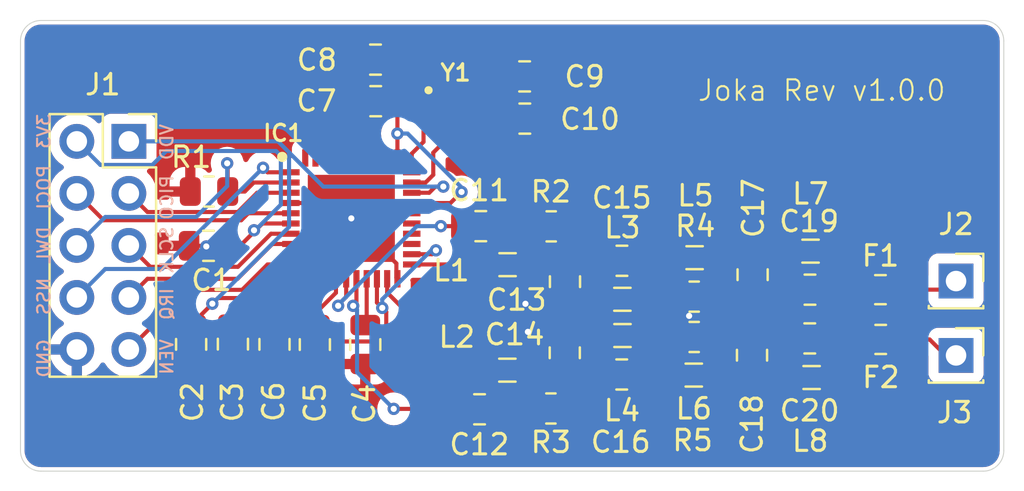
<source format=kicad_pcb>
(kicad_pcb (version 20240108) (generator "pcbnew") (generator_version "8.0")
  (layers (0 "F.Cu" signal) (31 "B.Cu" signal) (34 "B.Paste" user) (35 "F.Paste" user) (36 "B.SilkS" user "B.Silkscreen") (37 "F.SilkS" user "F.Silkscreen") (38 "B.Mask" user) (39 "F.Mask" user) (44 "Edge.Cuts" user))
  (net 0 "")
  (net 1 "/Reader/3V3")
  (net 2 "/Filter/GND")
  (net 3 "/Reader/VDD")
  (net 4 "Net-(IC1-VDD(VMID))")
  (net 5 "Net-(IC1-TVDD_IN)")
  (net 6 "Net-(IC1-VDD(A))")
  (net 7 "Net-(IC1-NFC_CLK_XTAL1)")
  (net 8 "Net-(IC1-XTAL2)")
  (net 9 "Net-(C11-Pad2)")
  (net 10 "/Filter/RXN")
  (net 11 "/Filter/RXP")
  (net 12 "Net-(C12-Pad2)")
  (net 13 "Net-(C13-Pad1)")
  (net 14 "Net-(C14-Pad2)")
  (net 15 "Net-(C15-Pad2)")
  (net 16 "Net-(C16-Pad2)")
  (net 17 "Net-(C17-Pad2)")
  (net 18 "Net-(C17-Pad1)")
  (net 19 "Net-(C18-Pad2)")
  (net 20 "Net-(C18-Pad1)")
  (net 21 "Net-(C19-Pad2)")
  (net 22 "Net-(C20-Pad2)")
  (net 23 "/Filter/NFC_ANT_1")
  (net 24 "/Filter/NFC_ANT_2")
  (net 27 "/Reader/IRQ")
  (net 29 "/Reader/PICO")
  (net 35 "/Reader/POCI")
  (net 36 "/Reader/SCLK")
  (net 37 "/Reader/DWL_REQ")
  (net 38 "/Reader/SPI_NSS")
  (net 39 "/Filter/TX2")
  (net 40 "/Reader/VEN")
  (net 43 "/Filter/TX1")
  (footprint "joka:R_0805_2012Metric" (layer "F.Cu") (at 150.2025 89.35 180)
    (property "Reference" "R1" (at 0.8725 1.68 0) (layer "F.SilkS"))
    (property "Value" "10k" (hide yes))
    (pad "1" smd roundrect (at -0.9125 0 180) (size 1.025 1.4) (layers "F.Cu" "F.Paste" "F.Mask") (roundrect_rratio 0.243902) (net 37 "/Reader/DWL_REQ"))
    (pad "2" smd roundrect (at 0.9125 0 180) (size 1.025 1.4) (layers "F.Cu" "F.Paste" "F.Mask") (roundrect_rratio 0.243902) (net 2 "/Filter/GND"))
  )
  (footprint "joka:PinSocket_1x01_P2.54mm_Vertical" (layer "F.Cu") (at 186.67 93.72)
    (property "Reference" "J2" (at 0 -2.77 0) (layer "F.SilkS"))
    (property "Value" "ANT1" (hide yes))
    (pad "1" thru_hole rect (at 0 0) (size 1.7 1.7) (drill 1) (layers "*.Cu" "*.Mask") (net 23 "/Filter/NFC_ANT_1"))
  )
  (footprint "joka:C_0805_2012Metric" (layer "F.Cu") (at 149.33 96.81 -90)
    (property "Reference" "C2" (at 2.82 -0.06 90) (layer "F.SilkS"))
    (property "Value" "4.7u" (hide yes))
    (pad "1" smd roundrect (at -0.95 0 270) (size 1 1.45) (layers "F.Cu" "F.Paste" "F.Mask") (net 3 "/Reader/VDD"))
    (pad "2" smd roundrect (at 0.95 0 270) (size 1 1.45) (layers "F.Cu" "F.Paste" "F.Mask") (net 2 "/Filter/GND"))
  )
  (footprint "joka:L_0805_2012Metric" (layer "F.Cu") (at 179.5675 92.26)
    (property "Reference" "L7" (at -0.0075 -2.8 0) (layer "F.SilkS"))
    (property "Value" "L" (hide yes))
    (pad "1" smd roundrect (at -1.0625 0) (size 0.875 1.2) (layers "F.Cu" "F.Paste" "F.Mask") (net 15 "Net-(C15-Pad2)"))
    (pad "2" smd roundrect (at 1.0625 0) (size 0.875 1.2) (layers "F.Cu" "F.Paste" "F.Mask") (net 21 "Net-(C19-Pad2)"))
  )
  (footprint "joka:XRCGB27M120F3M10R0" (layer "F.Cu") (at 162.27 85.405)
    (property "Reference" "Y1" (at -0.03 -1.855 0) (layer "F.SilkS") (effects (font (size 0.8 0.8) (thickness 0.15) (bold yes))))
    (property "Value" "XRCGB27M120F3M10R0" (hide yes))
    (pad "" smd rect (at -0.5 0.675) (size 0.7 0.75) (layers "F.Cu" "F.Paste" "F.Mask"))
    (pad "" smd rect (at 0.5 -0.675) (size 0.7 0.75) (layers "F.Cu" "F.Paste" "F.Mask"))
    (pad "1" smd rect (at -0.5 -0.675) (size 0.7 0.75) (layers "F.Cu" "F.Paste" "F.Mask") (net 7 "Net-(IC1-NFC_CLK_XTAL1)"))
    (pad "3" smd rect (at 0.5 0.675) (size 0.7 0.75) (layers "F.Cu" "F.Paste" "F.Mask") (net 8 "Net-(IC1-XTAL2)"))
  )
  (footprint "joka:C_0805_2012Metric" (layer "F.Cu") (at 150.18 92 180)
    (property "Reference" "C1" (at -0.14 -1.68 0) (layer "F.SilkS"))
    (property "Value" "10u" (hide yes))
    (pad "1" smd roundrect (at -0.95 0 180) (size 1 1.45) (layers "F.Cu" "F.Paste" "F.Mask") (net 1 "/Reader/3V3"))
    (pad "2" smd roundrect (at 0.95 0 180) (size 1 1.45) (layers "F.Cu" "F.Paste" "F.Mask") (net 2 "/Filter/GND"))
  )
  (footprint "joka:L_0805_2012Metric" (layer "F.Cu") (at 164.7775 92.92)
    (property "Reference" "L1" (at -2.7475 0.29 0) (layer "F.SilkS"))
    (property "Value" "L" (hide yes))
    (pad "1" smd roundrect (at -1.0625 0) (size 0.875 1.2) (layers "F.Cu" "F.Paste" "F.Mask") (net 43 "/Filter/TX1"))
    (pad "2" smd roundrect (at 1.0625 0) (size 0.875 1.2) (layers "F.Cu" "F.Paste" "F.Mask") (net 13 "Net-(C13-Pad1)"))
  )
  (footprint "joka:R_0805_2012Metric" (layer "F.Cu") (at 166.9075 91.05)
    (property "Reference" "R2" (at -0.0175 -1.69 0) (layer "F.SilkS"))
    (property "Value" "R" (hide yes))
    (pad "1" smd roundrect (at -0.9125 0) (size 1.025 1.4) (layers "F.Cu" "F.Paste" "F.Mask") (roundrect_rratio 0.243902) (net 9 "Net-(C11-Pad2)"))
    (pad "2" smd roundrect (at 0.9125 0) (size 1.025 1.4) (layers "F.Cu" "F.Paste" "F.Mask") (roundrect_rratio 0.243902) (net 13 "Net-(C13-Pad1)"))
  )
  (footprint "joka:C_0805_2012Metric" (layer "F.Cu") (at 163.47 91.04)
    (property "Reference" "C11" (at -0.08 -1.74 0) (layer "F.SilkS"))
    (property "Value" "C" (hide yes))
    (pad "1" smd roundrect (at -0.95 0) (size 1 1.45) (layers "F.Cu" "F.Paste" "F.Mask") (net 10 "/Filter/RXN"))
    (pad "2" smd roundrect (at 0.95 0) (size 1 1.45) (layers "F.Cu" "F.Paste" "F.Mask") (net 9 "Net-(C11-Pad2)"))
  )
  (footprint "joka:C_0805_2012Metric" (layer "F.Cu") (at 167.58 93.75 -90)
    (property "Reference" "C13" (at 0.89 2.36 0) (layer "F.SilkS"))
    (property "Value" "C" (hide yes))
    (pad "1" smd roundrect (at -0.95 0 270) (size 1 1.45) (layers "F.Cu" "F.Paste" "F.Mask") (net 13 "Net-(C13-Pad1)"))
    (pad "2" smd roundrect (at 0.95 0 270) (size 1 1.45) (layers "F.Cu" "F.Paste" "F.Mask") (net 2 "/Filter/GND"))
  )
  (footprint "joka:L_0805_2012Metric" (layer "F.Cu") (at 179.62 98.43)
    (property "Reference" "L8" (at -0.07 3.1 0) (layer "F.SilkS"))
    (property "Value" "L" (hide yes))
    (pad "1" smd roundrect (at -1.0625 0) (size 0.875 1.2) (layers "F.Cu" "F.Paste" "F.Mask") (net 16 "Net-(C16-Pad2)"))
    (pad "2" smd roundrect (at 1.0625 0) (size 0.875 1.2) (layers "F.Cu" "F.Paste" "F.Mask") (net 22 "Net-(C20-Pad2)"))
  )
  (footprint "joka:C_0805_2012Metric" (layer "F.Cu") (at 176.71 97.34 90)
    (property "Reference" "C18" (at -3.36 0 90) (layer "F.SilkS"))
    (property "Value" "C" (hide yes))
    (pad "1" smd roundrect (at -0.95 0 90) (size 1 1.45) (layers "F.Cu" "F.Paste" "F.Mask") (net 20 "Net-(C18-Pad1)"))
    (pad "2" smd roundrect (at 0.95 0 90) (size 1 1.45) (layers "F.Cu" "F.Paste" "F.Mask") (net 19 "Net-(C18-Pad2)"))
  )
  (footprint "joka:L_0805_2012Metric" (layer "F.Cu") (at 170.3825 94.61 180)
    (property "Reference" "L3" (at 0.0025 3.5 0) (layer "F.SilkS"))
    (property "Value" "L" (hide yes))
    (pad "1" smd roundrect (at -1.0625 0 180) (size 0.875 1.2) (layers "F.Cu" "F.Paste" "F.Mask") (net 15 "Net-(C15-Pad2)"))
    (pad "2" smd roundrect (at 1.0625 0 180) (size 0.875 1.2) (layers "F.Cu" "F.Paste" "F.Mask") (net 2 "/Filter/GND"))
  )
  (footprint "joka:C_0805_2012Metric" (layer "F.Cu") (at 165.61 83.73)
    (property "Reference" "C9" (at 2.93 0.01 0) (layer "F.SilkS"))
    (property "Value" "10pf" (hide yes))
    (pad "1" smd roundrect (at -0.95 0) (size 1 1.45) (layers "F.Cu" "F.Paste" "F.Mask") (net 7 "Net-(IC1-NFC_CLK_XTAL1)"))
    (pad "2" smd roundrect (at 0.95 0) (size 1 1.45) (layers "F.Cu" "F.Paste" "F.Mask") (net 2 "/Filter/GND"))
  )
  (footprint "joka:C_0805_2012Metric" (layer "F.Cu") (at 170.36 92.73)
    (property "Reference" "C15" (at -0.01 -3.07 0) (layer "F.SilkS"))
    (property "Value" "C" (hide yes))
    (pad "1" smd roundrect (at -0.95 0) (size 1 1.45) (layers "F.Cu" "F.Paste" "F.Mask") (net 13 "Net-(C13-Pad1)"))
    (pad "2" smd roundrect (at 0.95 0) (size 1 1.45) (layers "F.Cu" "F.Paste" "F.Mask") (net 15 "Net-(C15-Pad2)"))
  )
  (footprint "joka:C_0805_2012Metric" (layer "F.Cu") (at 151.37 96.8 -90)
    (property "Reference" "C3" (at 2.83 0.03 90) (layer "F.SilkS"))
    (property "Value" "4.7u" (hide yes))
    (pad "1" smd roundrect (at -0.95 0 270) (size 1 1.45) (layers "F.Cu" "F.Paste" "F.Mask") (net 3 "/Reader/VDD"))
    (pad "2" smd roundrect (at 0.95 0 270) (size 1 1.45) (layers "F.Cu" "F.Paste" "F.Mask") (net 2 "/Filter/GND"))
  )
  (footprint "joka:R_0805_2012Metric" (layer "F.Cu") (at 173.8875 94.48 180)
    (property "Reference" "R4" (at -0.0525 3.44 0) (layer "F.SilkS"))
    (property "Value" "R" (hide yes))
    (pad "1" smd roundrect (at -0.9125 0 180) (size 1.025 1.4) (layers "F.Cu" "F.Paste" "F.Mask") (roundrect_rratio 0.243902) (net 17 "Net-(C17-Pad2)"))
    (pad "2" smd roundrect (at 0.9125 0 180) (size 1.025 1.4) (layers "F.Cu" "F.Paste" "F.Mask") (roundrect_rratio 0.243902) (net 2 "/Filter/GND"))
  )
  (footprint "joka:C_0805_2012Metric" (layer "F.Cu") (at 153.4 96.81 -90)
    (property "Reference" "C6" (at 2.8 0.05 90) (layer "F.SilkS"))
    (property "Value" "2.2u" (hide yes))
    (pad "1" smd roundrect (at -0.95 0 270) (size 1 1.45) (layers "F.Cu" "F.Paste" "F.Mask") (net 5 "Net-(IC1-TVDD_IN)"))
    (pad "2" smd roundrect (at 0.95 0 270) (size 1 1.45) (layers "F.Cu" "F.Paste" "F.Mask") (net 2 "/Filter/GND"))
  )
  (footprint "joka:PinSocket_1x01_P2.54mm_Vertical" (layer "F.Cu") (at 186.67 97.35)
    (property "Reference" "J3" (at -0.07 2.79 0) (layer "F.SilkS"))
    (property "Value" "ANT2" (hide yes))
    (pad "1" thru_hole rect (at 0 0) (size 1.7 1.7) (drill 1) (layers "*.Cu" "*.Mask") (net 24 "/Filter/NFC_ANT_2"))
  )
  (footprint "joka:Fuse_0805_2012Metric" (layer "F.Cu") (at 182.9925 96.57)
    (property "Reference" "F2" (at 0.0075 1.85 0) (layer "F.SilkS"))
    (property "Value" "2A" (hide yes))
    (pad "1" smd roundrect (at -0.9375 0) (size 0.975 1.4) (layers "F.Cu" "F.Paste" "F.Mask") (net 22 "Net-(C20-Pad2)"))
    (pad "2" smd roundrect (at 0.9375 0) (size 0.975 1.4) (layers "F.Cu" "F.Paste" "F.Mask") (net 24 "/Filter/NFC_ANT_2"))
  )
  (footprint "joka:C_0805_2012Metric" (layer "F.Cu") (at 163.41 99.98)
    (property "Reference" "C12" (at -0.01 1.72 0) (layer "F.SilkS"))
    (property "Value" "C" (hide yes))
    (pad "1" smd roundrect (at -0.95 0) (size 1 1.45) (layers "F.Cu" "F.Paste" "F.Mask") (net 11 "/Filter/RXP"))
    (pad "2" smd roundrect (at 0.95 0) (size 1 1.45) (layers "F.Cu" "F.Paste" "F.Mask") (net 12 "Net-(C12-Pad2)"))
  )
  (footprint "joka:L_0805_2012Metric" (layer "F.Cu") (at 173.8675 98.31 180)
    (property "Reference" "L6" (at -0.0025 -1.64 0) (layer "F.SilkS"))
    (property "Value" "L" (hide yes))
    (pad "1" smd roundrect (at -1.0625 0 180) (size 0.875 1.2) (layers "F.Cu" "F.Paste" "F.Mask") (net 20 "Net-(C18-Pad1)"))
    (pad "2" smd roundrect (at 1.0625 0 180) (size 0.875 1.2) (layers "F.Cu" "F.Paste" "F.Mask") (net 16 "Net-(C16-Pad2)"))
  )
  (footprint "joka:PinSocket_2x05_P2.54mm_Vertical" (layer "F.Cu") (at 146.29 86.9)
    (property "Reference" "J1" (at -1.27 -2.77 0) (layer "F.SilkS"))
    (property "Value" "Conn" (hide yes))
    (pad "1" thru_hole rect (at 0 0) (size 1.7 1.7) (drill 1) (layers "*.Cu" "*.Mask") (net 3 "/Reader/VDD"))
    (pad "2" thru_hole oval (at -2.54 0) (size 1.7 1.7) (drill 1) (layers "*.Cu" "*.Mask") (net 1 "/Reader/3V3"))
    (pad "3" thru_hole oval (at 0 2.54) (size 1.7 1.7) (drill 1) (layers "*.Cu" "*.Mask") (net 29 "/Reader/PICO"))
    (pad "4" thru_hole oval (at -2.54 2.54) (size 1.7 1.7) (drill 1) (layers "*.Cu" "*.Mask") (net 35 "/Reader/POCI"))
    (pad "5" thru_hole oval (at 0 5.08) (size 1.7 1.7) (drill 1) (layers "*.Cu" "*.Mask") (net 36 "/Reader/SCLK"))
    (pad "6" thru_hole oval (at -2.54 5.08) (size 1.7 1.7) (drill 1) (layers "*.Cu" "*.Mask") (net 37 "/Reader/DWL_REQ"))
    (pad "7" thru_hole oval (at 0 7.62) (size 1.7 1.7) (drill 1) (layers "*.Cu" "*.Mask") (net 27 "/Reader/IRQ"))
    (pad "8" thru_hole oval (at -2.54 7.62) (size 1.7 1.7) (drill 1) (layers "*.Cu" "*.Mask") (net 38 "/Reader/SPI_NSS"))
    (pad "9" thru_hole oval (at 0 10.16) (size 1.7 1.7) (drill 1) (layers "*.Cu" "*.Mask") (net 40 "/Reader/VEN"))
    (pad "10" thru_hole oval (at -2.54 10.16) (size 1.7 1.7) (drill 1) (layers "*.Cu" "*.Mask") (net 2 "/Filter/GND"))
  )
  (footprint "joka:C_0805_2012Metric" (layer "F.Cu") (at 167.57 97.22 -90)
    (property "Reference" "C14" (at -0.89 2.45 0) (layer "F.SilkS"))
    (property "Value" "C" (hide yes))
    (pad "1" smd roundrect (at -0.95 0 270) (size 1 1.45) (layers "F.Cu" "F.Paste" "F.Mask") (net 2 "/Filter/GND"))
    (pad "2" smd roundrect (at 0.95 0 270) (size 1 1.45) (layers "F.Cu" "F.Paste" "F.Mask") (net 14 "Net-(C14-Pad2)"))
  )
  (footprint "joka:Fuse_0805_2012Metric" (layer "F.Cu") (at 182.98 94.14)
    (property "Reference" "F1" (at 0 -1.65 0) (layer "F.SilkS"))
    (property "Value" "2A" (hide yes))
    (pad "1" smd roundrect (at -0.9375 0) (size 0.975 1.4) (layers "F.Cu" "F.Paste" "F.Mask") (net 21 "Net-(C19-Pad2)"))
    (pad "2" smd roundrect (at 0.9375 0) (size 0.975 1.4) (layers "F.Cu" "F.Paste" "F.Mask") (net 23 "/Filter/NFC_ANT_1"))
  )
  (footprint "joka:C_0805_2012Metric" (layer "F.Cu") (at 155.37 96.82 -90)
    (property "Reference" "C5" (at 2.85 -0.01 90) (layer "F.SilkS"))
    (property "Value" "2.2u" (hide yes))
    (pad "1" smd roundrect (at -0.95 0 270) (size 1 1.45) (layers "F.Cu" "F.Paste" "F.Mask") (net 5 "Net-(IC1-TVDD_IN)"))
    (pad "2" smd roundrect (at 0.95 0 270) (size 1 1.45) (layers "F.Cu" "F.Paste" "F.Mask") (net 2 "/Filter/GND"))
  )
  (footprint "joka:C_0805_2012Metric" (layer "F.Cu") (at 158.34 84.94 180)
    (property "Reference" "C7" (at 2.89 0.01 0) (layer "F.SilkS"))
    (property "Value" "2.2u" (hide yes))
    (pad "1" smd roundrect (at -0.95 0 180) (size 1 1.45) (layers "F.Cu" "F.Paste" "F.Mask") (net 6 "Net-(IC1-VDD(A))"))
    (pad "2" smd roundrect (at 0.95 0 180) (size 1 1.45) (layers "F.Cu" "F.Paste" "F.Mask") (net 2 "/Filter/GND"))
  )
  (footprint "joka:C_0805_2012Metric" (layer "F.Cu") (at 157.83 96.82 -90)
    (property "Reference" "C4" (at 2.89 0.04 -90) (layer "F.SilkS"))
    (property "Value" "0.1u" (hide yes))
    (pad "1" smd roundrect (at -0.95 0 270) (size 1 1.45) (layers "F.Cu" "F.Paste" "F.Mask") (net 4 "Net-(IC1-VDD(VMID))"))
    (pad "2" smd roundrect (at 0.95 0 270) (size 1 1.45) (layers "F.Cu" "F.Paste" "F.Mask") (net 2 "/Filter/GND"))
  )
  (footprint "joka:C_0805_2012Metric" (layer "F.Cu") (at 179.53 96.52)
    (property "Reference" "C20" (at -0.01 3.53 0) (layer "F.SilkS"))
    (property "Value" "C" (hide yes))
    (pad "1" smd roundrect (at -0.95 0) (size 1 1.45) (layers "F.Cu" "F.Paste" "F.Mask") (net 16 "Net-(C16-Pad2)"))
    (pad "2" smd roundrect (at 0.95 0) (size 1 1.45) (layers "F.Cu" "F.Paste" "F.Mask") (net 22 "Net-(C20-Pad2)"))
  )
  (footprint "joka:L_0805_2012Metric" (layer "F.Cu") (at 164.7675 98.07)
    (property "Reference" "L2" (at -2.4675 -1.62 0) (layer "F.SilkS"))
    (property "Value" "L" (hide yes))
    (pad "1" smd roundrect (at -1.0625 0) (size 0.875 1.2) (layers "F.Cu" "F.Paste" "F.Mask") (net 39 "/Filter/TX2"))
    (pad "2" smd roundrect (at 1.0625 0) (size 0.875 1.2) (layers "F.Cu" "F.Paste" "F.Mask") (net 14 "Net-(C14-Pad2)"))
  )
  (footprint "joka:C_0805_2012Metric" (layer "F.Cu") (at 170.35 98.28)
    (property "Reference" "C16" (at -0.05 3.3 0) (layer "F.SilkS"))
    (property "Value" "C" (hide yes))
    (pad "1" smd roundrect (at -0.95 0) (size 1 1.45) (layers "F.Cu" "F.Paste" "F.Mask") (net 14 "Net-(C14-Pad2)"))
    (pad "2" smd roundrect (at 0.95 0) (size 1 1.45) (layers "F.Cu" "F.Paste" "F.Mask") (net 16 "Net-(C16-Pad2)"))
  )
  (footprint "joka:PN7160B1HNC100E" (layer "F.Cu") (at 157.15 90.66)
    (property "Reference" "IC1" (at -3.32 -4.16 0) (layer "F.SilkS") (effects (font (size 0.8 0.8) (thickness 0.15) (bold yes))))
    (property "Value" "PN7160B1HN_C100E" (hide yes))
    (pad "1" smd rect (at -2.95 -2.25 90) (size 0.3 0.85) (layers "F.Cu" "F.Paste" "F.Mask") (net 38 "/Reader/SPI_NSS"))
    (pad "2" smd rect (at -2.95 -1.75 90) (size 0.3 0.85) (layers "F.Cu" "F.Paste" "F.Mask") (net 37 "/Reader/DWL_REQ"))
    (pad "3" smd rect (at -2.95 -1.25 90) (size 0.3 0.85) (layers "F.Cu" "F.Paste" "F.Mask") (net 29 "/Reader/PICO"))
    (pad "4" smd rect (at -2.95 -0.75 90) (size 0.3 0.85) (layers "F.Cu" "F.Paste" "F.Mask") (net 2 "/Filter/GND"))
    (pad "5" smd rect (at -2.95 -0.25 90) (size 0.3 0.85) (layers "F.Cu" "F.Paste" "F.Mask") (net 35 "/Reader/POCI"))
    (pad "6" smd rect (at -2.95 0.25 90) (size 0.3 0.85) (layers "F.Cu" "F.Paste" "F.Mask") (net 1 "/Reader/3V3"))
    (pad "7" smd rect (at -2.95 0.75 90) (size 0.3 0.85) (layers "F.Cu" "F.Paste" "F.Mask") (net 36 "/Reader/SCLK"))
    (pad "8" smd rect (at -2.95 1.25 90) (size 0.3 0.85) (layers "F.Cu" "F.Paste" "F.Mask") (net 27 "/Reader/IRQ"))
    (pad "9" smd rect (at -2.95 1.75 90) (size 0.3 0.85) (layers "F.Cu" "F.Paste" "F.Mask") (net 2 "/Filter/GND"))
    (pad "10" smd rect (at -2.95 2.25 90) (size 0.3 0.85) (layers "F.Cu" "F.Paste" "F.Mask") (net 40 "/Reader/VEN"))
    (pad "11" smd rect (at -2.25 2.95) (size 0.3 0.85) (layers "F.Cu" "F.Paste" "F.Mask"))
    (pad "12" smd rect (at -1.75 2.95) (size 0.3 0.85) (layers "F.Cu" "F.Paste" "F.Mask") (net 3 "/Reader/VDD"))
    (pad "13" smd rect (at -1.25 2.95) (size 0.3 0.85) (layers "F.Cu" "F.Paste" "F.Mask") (net 3 "/Reader/VDD"))
    (pad "14" smd rect (at -0.75 2.95) (size 0.3 0.85) (layers "F.Cu" "F.Paste" "F.Mask") (net 5 "Net-(IC1-TVDD_IN)"))
    (pad "15" smd rect (at -0.25 2.95) (size 0.3 0.85) (layers "F.Cu" "F.Paste" "F.Mask") (net 10 "/Filter/RXN"))
    (pad "16" smd rect (at 0.25 2.95) (size 0.3 0.85) (layers "F.Cu" "F.Paste" "F.Mask") (net 11 "/Filter/RXP"))
    (pad "17" smd rect (at 0.75 2.95) (size 0.3 0.85) (layers "F.Cu" "F.Paste" "F.Mask") (net 4 "Net-(IC1-VDD(VMID))"))
    (pad "18" smd rect (at 1.25 2.95) (size 0.3 0.85) (layers "F.Cu" "F.Paste" "F.Mask") (net 5 "Net-(IC1-TVDD_IN)"))
    (pad "19" smd rect (at 1.75 2.95) (size 0.3 0.85) (layers "F.Cu" "F.Paste" "F.Mask") (net 39 "/Filter/TX2"))
    (pad "20" smd rect (at 2.25 2.95) (size 0.3 0.85) (layers "F.Cu" "F.Paste" "F.Mask") (net 2 "/Filter/GND"))
    (pad "21" smd rect (at 2.95 2.25 90) (size 0.3 0.85) (layers "F.Cu" "F.Paste" "F.Mask") (net 43 "/Filter/TX1"))
    (pad "22" smd rect (at 2.95 1.75 90) (size 0.3 0.85) (layers "F.Cu" "F.Paste" "F.Mask") (net 5 "Net-(IC1-TVDD_IN)"))
    (pad "23" smd rect (at 2.95 1.25 90) (size 0.3 0.85) (layers "F.Cu" "F.Paste" "F.Mask"))
    (pad "24" smd rect (at 2.95 0.75 90) (size 0.3 0.85) (layers "F.Cu" "F.Paste" "F.Mask"))
    (pad "25" smd rect (at 2.95 0.25 90) (size 0.3 0.85) (layers "F.Cu" "F.Paste" "F.Mask"))
    (pad "26" smd rect (at 2.95 -0.25 90) (size 0.3 0.85) (layers "F.Cu" "F.Paste" "F.Mask") (net 6 "Net-(IC1-VDD(A))"))
    (pad "27" smd rect (at 2.95 -0.75 90) (size 0.3 0.85) (layers "F.Cu" "F.Paste" "F.Mask") (net 6 "Net-(IC1-VDD(A))"))
    (pad "28" smd rect (at 2.95 -1.25 90) (size 0.3 0.85) (layers "F.Cu" "F.Paste" "F.Mask") (net 3 "/Reader/VDD"))
    (pad "29" smd rect (at 2.95 -1.75 90) (size 0.3 0.85) (layers "F.Cu" "F.Paste" "F.Mask") (net 8 "Net-(IC1-XTAL2)"))
    (pad "30" smd rect (at 2.95 -2.25 90) (size 0.3 0.85) (layers "F.Cu" "F.Paste" "F.Mask") (net 7 "Net-(IC1-NFC_CLK_XTAL1)"))
    (pad "31" smd rect (at 2.25 -2.95) (size 0.3 0.85) (layers "F.Cu" "F.Paste" "F.Mask") (net 6 "Net-(IC1-VDD(A))"))
    (pad "32" smd rect (at 1.75 -2.95) (size 0.3 0.85) (layers "F.Cu" "F.Paste" "F.Mask"))
    (pad "33" smd rect (at 1.25 -2.95) (size 0.3 0.85) (layers "F.Cu" "F.Paste" "F.Mask"))
    (pad "34" smd rect (at 0.75 -2.95) (size 0.3 0.85) (layers "F.Cu" "F.Paste" "F.Mask"))
    (pad "35" smd rect (at 0.25 -2.95) (size 0.3 0.85) (layers "F.Cu" "F.Paste" "F.Mask"))
    (pad "36" smd rect (at -0.25 -2.95) (size 0.3 0.85) (layers "F.Cu" "F.Paste" "F.Mask"))
    (pad "37" smd rect (at -0.75 -2.95) (size 0.3 0.85) (layers "F.Cu" "F.Paste" "F.Mask"))
    (pad "38" smd rect (at -1.25 -2.95) (size 0.3 0.85) (layers "F.Cu" "F.Paste" "F.Mask"))
    (pad "39" smd rect (at -1.75 -2.95) (size 0.3 0.85) (layers "F.Cu" "F.Paste" "F.Mask"))
    (pad "40" smd rect (at -2.25 -2.95) (size 0.3 0.85) (layers "F.Cu" "F.Paste" "F.Mask"))
    (pad "41" smd rect (at 0 0) (size 4.25 4.25) (layers "F.Cu" "F.Paste" "F.Mask") (net 2 "/Filter/GND"))
  )
  (footprint "joka:R_0805_2012Metric" (layer "F.Cu") (at 173.8875 96.45 180)
    (property "Reference" "R5" (at 0.0775 -5.05 0) (layer "F.SilkS"))
    (property "Value" "R" (hide yes))
    (pad "1" smd roundrect (at -0.9125 0 180) (size 1.025 1.4) (layers "F.Cu" "F.Paste" "F.Mask") (roundrect_rratio 0.243902) (net 19 "Net-(C18-Pad2)"))
    (pad "2" smd roundrect (at 0.9125 0 180) (size 1.025 1.4) (layers "F.Cu" "F.Paste" "F.Mask") (roundrect_rratio 0.243902) (net 2 "/Filter/GND"))
  )
  (footprint "joka:L_0805_2012Metric" (layer "F.Cu") (at 170.3875 96.38)
    (property "Reference" "L4" (at -0.0275 3.66 0) (layer "F.SilkS"))
    (property "Value" "L" (hide yes))
    (pad "1" smd roundrect (at -1.0625 0) (size 0.875 1.2) (layers "F.Cu" "F.Paste" "F.Mask") (net 2 "/Filter/GND"))
    (pad "2" smd roundrect (at 1.0625 0) (size 0.875 1.2) (layers "F.Cu" "F.Paste" "F.Mask") (net 16 "Net-(C16-Pad2)"))
  )
  (footprint "joka:C_0805_2012Metric" (layer "F.Cu") (at 179.54 94.14)
    (property "Reference" "C19" (at -0.04 -3.33 0) (layer "F.SilkS"))
    (property "Value" "C" (hide yes))
    (pad "1" smd roundrect (at -0.95 0) (size 1 1.45) (layers "F.Cu" "F.Paste" "F.Mask") (net 15 "Net-(C15-Pad2)"))
    (pad "2" smd roundrect (at 0.95 0) (size 1 1.45) (layers "F.Cu" "F.Paste" "F.Mask") (net 21 "Net-(C19-Pad2)"))
  )
  (footprint "joka:C_0805_2012Metric" (layer "F.Cu") (at 176.74 93.41 -90)
    (property "Reference" "C17" (at -3.25 -0.03 90) (layer "F.SilkS"))
    (property "Value" "C" (hide yes))
    (pad "1" smd roundrect (at -0.95 0 270) (size 1 1.45) (layers "F.Cu" "F.Paste" "F.Mask") (net 18 "Net-(C17-Pad1)"))
    (pad "2" smd roundrect (at 0.95 0 270) (size 1 1.45) (layers "F.Cu" "F.Paste" "F.Mask") (net 17 "Net-(C17-Pad2)"))
  )
  (footprint "joka:C_0805_2012Metric" (layer "F.Cu") (at 158.33 82.91 180)
    (property "Reference" "C8" (at 2.86 -0.02 0) (layer "F.SilkS"))
    (property "Value" "2.2u" (hide yes))
    (pad "1" smd roundrect (at -0.95 0 180) (size 1 1.45) (layers "F.Cu" "F.Paste" "F.Mask") (net 6 "Net-(IC1-VDD(A))"))
    (pad "2" smd roundrect (at 0.95 0 180) (size 1 1.45) (layers "F.Cu" "F.Paste" "F.Mask") (net 2 "/Filter/GND"))
  )
  (footprint "joka:C_0805_2012Metric" (layer "F.Cu") (at 165.62 85.79)
    (property "Reference" "C10" (at 3.18 0.03 0) (layer "F.SilkS"))
    (property "Value" "10pf" (hide yes))
    (pad "1" smd roundrect (at -0.95 0) (size 1 1.45) (layers "F.Cu" "F.Paste" "F.Mask") (net 8 "Net-(IC1-XTAL2)"))
    (pad "2" smd roundrect (at 0.95 0) (size 1 1.45) (layers "F.Cu" "F.Paste" "F.Mask") (net 2 "/Filter/GND"))
  )
  (footprint "joka:L_0805_2012Metric" (layer "F.Cu") (at 173.9075 92.58)
    (property "Reference" "L5" (at 0.0425 -3.03 0) (layer "F.SilkS"))
    (property "Value" "L" (hide yes))
    (pad "1" smd roundrect (at -1.0625 0) (size 0.875 1.2) (layers "F.Cu" "F.Paste" "F.Mask") (net 15 "Net-(C15-Pad2)"))
    (pad "2" smd roundrect (at 1.0625 0) (size 0.875 1.2) (layers "F.Cu" "F.Paste" "F.Mask") (net 18 "Net-(C17-Pad1)"))
  )
  (footprint "joka:R_0805_2012Metric" (layer "F.Cu") (at 166.8925 99.94 180)
    (property "Reference" "R3" (at 0 -1.65 0) (layer "F.SilkS"))
    (property "Value" "R" (hide yes))
    (pad "1" smd roundrect (at -0.9125 0 180) (size 1.025 1.4) (layers "F.Cu" "F.Paste" "F.Mask") (roundrect_rratio 0.243902) (net 14 "Net-(C14-Pad2)"))
    (pad "2" smd roundrect (at 0.9125 0 180) (size 1.025 1.4) (layers "F.Cu" "F.Paste" "F.Mask") (roundrect_rratio 0.243902) (net 12 "Net-(C12-Pad2)"))
  )
  (gr_line (start 189 102) (end 189 82) (stroke (width 0.05)) (layer "Edge.Cuts"))
  (gr_line (start 141 82) (end 141 102) (stroke (width 0.05)) (layer "Edge.Cuts"))
  (gr_arc (start 189 102) (mid 188.707107 102.707107) (end 188 103) (stroke (width 0.05)) (layer "Edge.Cuts"))
  (gr_arc (start 142 103) (mid 141.292893 102.707107) (end 141 102) (stroke (width 0.05)) (layer "Edge.Cuts"))
  (gr_arc (start 188 81) (mid 188.707107 81.292893) (end 189 82) (stroke (width 0.05)) (layer "Edge.Cuts"))
  (gr_line (start 142 103) (end 188 103) (stroke (width 0.05)) (layer "Edge.Cuts"))
  (gr_line (start 188 81) (end 142 81) (stroke (width 0.05)) (layer "Edge.Cuts"))
  (gr_arc (start 141 82) (mid 141.292893 81.292893) (end 142 81) (stroke (width 0.05)) (layer "Edge.Cuts"))
  (gr_text "VEN" (at 148.5 96.5 90) (layer "B.SilkS") (effects (font (size 0.6096 0.6096) (thickness 0.1016) (bold yes)) (justify left bottom mirror)))
  (gr_text "3V3" (at 142.5 85.5 90) (layer "B.SilkS") (effects (font (size 0.6096 0.6096) (thickness 0.1016) (bold yes)) (justify left bottom mirror)))
  (gr_text "NSS" (at 142.5 93.5 90) (layer "B.SilkS") (effects (font (size 0.6096 0.6096) (thickness 0.1016) (bold yes)) (justify left bottom mirror)))
  (gr_text "DWL\n" (at 142.5 91 90) (layer "B.SilkS") (effects (font (size 0.6096 0.6096) (thickness 0.1016) (bold yes)) (justify left bottom mirror)))
  (gr_text "POCI" (at 142.5 88 90) (layer "B.SilkS") (effects (font (size 0.6096 0.6096) (thickness 0.1016) (bold yes)) (justify left bottom mirror)))
  (gr_text "VDD" (at 148.5 86 90) (layer "B.SilkS") (effects (font (size 0.6096 0.6096) (thickness 0.1016) (bold yes)) (justify left bottom mirror)))
  (gr_text "SCLK\n" (at 148.5 91 90) (layer "B.SilkS") (effects (font (size 0.6096 0.6096) (thickness 0.1016) (bold yes)) (justify left bottom mirror)))
  (gr_text "GND" (at 142.5 96.5 90) (layer "B.SilkS") (effects (font (size 0.6096 0.6096) (thickness 0.1016) (bold yes)) (justify left bottom mirror)))
  (gr_text "PICO\n" (at 148.5 88.5 90) (layer "B.SilkS") (effects (font (size 0.6096 0.6096) (thickness 0.1016) (bold yes)) (justify left bottom mirror)))
  (gr_text "IRQ" (at 148.5 94 90) (layer "B.SilkS") (effects (font (size 0.6096 0.6096) (thickness 0.1016) (bold yes)) (justify left bottom mirror)))
  (gr_text "Joka Rev v1.0.0" (at 174 85 0) (layer "F.SilkS") (effects (font (size 1 1) (thickness 0.1016) (bold yes)) (justify left bottom)))
  (segment (start 151.13 92) (end 151.72 92) (width 0.2) (layer "F.Cu") (net 1))
  (segment (start 151.72 92) (end 152.81 90.91) (width 0.2) (layer "F.Cu") (net 1))
  (segment (start 152.81 90.91) (end 154.2 90.91) (width 0.2) (layer "F.Cu") (net 1))
  (via (at 152.4 91.24) (size 0.6) (drill 0.3) (layers "F.Cu" "B.Cu") (net 1))
  (segment (start 153.71 89.99) (end 153.71 87.605686) (width 0.2) (layer "B.Cu") (net 1))
  (segment (start 152.46 91.24) (end 153.71 89.99) (width 0.2) (layer "B.Cu") (net 1))
  (segment (start 152.4 91.24) (end 152.46 91.24) (width 0.2) (layer "B.Cu") (net 1))
  (segment (start 153.71 87.605686) (end 153.474314 87.37) (width 0.2) (layer "B.Cu") (net 1))
  (segment (start 148.12 87.37) (end 147.44 88.05) (width 0.2) (layer "B.Cu") (net 1))
  (segment (start 153.474314 87.37) (end 148.12 87.37) (width 0.2) (layer "B.Cu") (net 1))
  (segment (start 144.9 88.05) (end 143.75 86.9) (width 0.2) (layer "B.Cu") (net 1))
  (segment (start 147.44 88.05) (end 144.9 88.05) (width 0.2) (layer "B.Cu") (net 1))
  (segment (start 156.4 89.91) (end 157.15 90.66) (width 0.2) (layer "F.Cu") (net 2))
  (segment (start 172.975 96.085) (end 173.64 95.42) (width 0.2) (layer "F.Cu") (net 2))
  (segment (start 154.2 89.91) (end 156.4 89.91) (width 0.2) (layer "F.Cu") (net 2))
  (segment (start 155.4 92.41) (end 157.15 90.66) (width 0.2) (layer "F.Cu") (net 2))
  (segment (start 159.4 93.61) (end 159.35 93.56) (width 0.2) (layer "F.Cu") (net 2))
  (segment (start 159.35 92.86) (end 157.15 90.66) (width 0.2) (layer "F.Cu") (net 2))
  (segment (start 173.64 95.42) (end 173.64 95.145) (width 0.2) (layer "F.Cu") (net 2))
  (segment (start 149.23 92) (end 150.04 92) (width 0.2) (layer "F.Cu") (net 2))
  (segment (start 172.975 96.45) (end 172.975 96.085) (width 0.2) (layer "F.Cu") (net 2))
  (segment (start 159.35 93.56) (end 159.35 92.86) (width 0.2) (layer "F.Cu") (net 2))
  (segment (start 150.04 92) (end 150.07 92.03) (width 0.2) (layer "F.Cu") (net 2))
  (segment (start 173.64 95.145) (end 172.975 94.48) (width 0.2) (layer "F.Cu") (net 2))
  (segment (start 154.2 92.41) (end 155.4 92.41) (width 0.2) (layer "F.Cu") (net 2))
  (via (at 165.65 94.83) (size 0.6) (drill 0.3) (layers "F.Cu" "B.Cu") (net 2))
  (via (at 173.64 95.42) (size 0.6) (drill 0.3) (layers "F.Cu" "B.Cu") (net 2))
  (via (at 165.77 96.2) (size 0.6) (drill 0.3) (layers "F.Cu" "B.Cu") (net 2))
  (via (at 157.15 90.66) (size 0.6) (drill 0.3) (layers "F.Cu" "B.Cu") (net 2))
  (via (at 150.07 92.03) (size 0.6) (drill 0.3) (layers "F.Cu" "B.Cu") (net 2))
  (segment (start 150.64 94.55) (end 155.135 94.55) (width 0.2) (layer "F.Cu") (net 3))
  (segment (start 155.4 94.285) (end 155.4 93.61) (width 0.2) (layer "F.Cu") (net 3))
  (segment (start 155.244314 94.88) (end 155.9 94.224314) (width 0.2) (layer "F.Cu") (net 3))
  (segment (start 160.951471 89.41) (end 161.251471 89.11) (width 0.2) (layer "F.Cu") (net 3))
  (segment (start 154.67 94.88) (end 155.244314 94.88) (width 0.2) (layer "F.Cu") (net 3))
  (segment (start 154.67 94.88) (end 151.52 94.88) (width 0.2) (layer "F.Cu") (net 3))
  (segment (start 149.34 95.85) (end 149.33 95.86) (width 0.2) (layer "F.Cu") (net 3))
  (segment (start 151.37 95.03) (end 151.37 95.85) (width 0.2) (layer "F.Cu") (net 3))
  (segment (start 161.251471 89.11) (end 161.64 89.11) (width 0.2) (layer "F.Cu") (net 3))
  (segment (start 150.365 94.825) (end 150.64 94.55) (width 0.2) (layer "F.Cu") (net 3))
  (segment (start 151.37 95.85) (end 149.34 95.85) (width 0.2) (layer "F.Cu") (net 3))
  (segment (start 155.135 94.55) (end 155.4 94.285) (width 0.2) (layer "F.Cu") (net 3))
  (segment (start 149.33 95.86) (end 150.365 94.825) (width 0.2) (layer "F.Cu") (net 3))
  (segment (start 160.1 89.41) (end 160.951471 89.41) (width 0.2) (layer "F.Cu") (net 3))
  (segment (start 151.52 94.88) (end 151.37 95.03) (width 0.2) (layer "F.Cu") (net 3))
  (segment (start 155.9 94.224314) (end 155.9 93.61) (width 0.2) (layer "F.Cu") (net 3))
  (via (at 161.64 89.11) (size 0.6) (drill 0.3) (layers "F.Cu" "B.Cu") (net 3))
  (via (at 150.365 94.825) (size 0.6) (drill 0.3) (layers "F.Cu" "B.Cu") (net 3))
  (segment (start 150.365 94.825) (end 154.11 91.08) (width 0.2) (layer "B.Cu") (net 3))
  (segment (start 154.11 87.44) (end 153.57 86.9) (width 0.2) (layer "B.Cu") (net 3))
  (segment (start 154.11 91.08) (end 154.11 87.44) (width 0.2) (layer "B.Cu") (net 3))
  (segment (start 161.64 89.11) (end 155.78 89.11) (width 0.2) (layer "B.Cu") (net 3))
  (segment (start 153.57 86.9) (end 146.29 86.9) (width 0.2) (layer "B.Cu") (net 3))
  (segment (start 155.78 89.11) (end 154.11 87.44) (width 0.2) (layer "B.Cu") (net 3))
  (segment (start 157.9 95.8) (end 157.9 93.61) (width 0.2) (layer "F.Cu") (net 4))
  (segment (start 157.83 95.87) (end 157.9 95.8) (width 0.2) (layer "F.Cu") (net 4))
  (segment (start 157.89 93.62) (end 157.9 93.61) (width 0.2) (layer "F.Cu") (net 4))
  (segment (start 158.4 94.77) (end 158.4 93.61) (width 0.2) (layer "F.Cu") (net 5))
  (segment (start 155.36 95.86) (end 155.37 95.87) (width 0.2) (layer "F.Cu") (net 5))
  (segment (start 161.09 92.41) (end 161.28 92.22) (width 0.2) (layer "F.Cu") (net 5))
  (segment (start 158.855 96.354744) (end 158.539744 96.67) (width 0.2) (layer "F.Cu") (net 5))
  (segment (start 156.17 96.67) (end 155.37 95.87) (width 0.2) (layer "F.Cu") (net 5))
  (segment (start 160.1 92.41) (end 161.09 92.41) (width 0.2) (layer "F.Cu") (net 5))
  (segment (start 153.4 95.86) (end 155.36 95.86) (width 0.2) (layer "F.Cu") (net 5))
  (segment (start 156.4 94.29) (end 155.37 95.32) (width 0.2) (layer "F.Cu") (net 5))
  (segment (start 158.539744 96.67) (end 156.17 96.67) (width 0.2) (layer "F.Cu") (net 5))
  (segment (start 155.37 95.32) (end 155.37 95.87) (width 0.2) (layer "F.Cu") (net 5))
  (segment (start 158.66 95.03) (end 158.855 95.225) (width 0.2) (layer "F.Cu") (net 5))
  (segment (start 158.855 95.225) (end 158.855 96.354744) (width 0.2) (layer "F.Cu") (net 5))
  (segment (start 156.4 93.61) (end 156.4 94.29) (width 0.2) (layer "F.Cu") (net 5))
  (segment (start 158.66 95.03) (end 158.4 94.77) (width 0.2) (layer "F.Cu") (net 5))
  (via (at 158.66 95.03) (size 0.6) (drill 0.3) (layers "F.Cu" "B.Cu") (net 5))
  (via (at 161.28 92.22) (size 0.6) (drill 0.3) (layers "F.Cu" "B.Cu") (net 5))
  (segment (start 158.66 95.03) (end 158.66 94.61) (width 0.2) (layer "B.Cu") (net 5))
  (segment (start 161.05 92.22) (end 161.28 92.22) (width 0.2) (layer "B.Cu") (net 5))
  (segment (start 158.66 94.61) (end 161.05 92.22) (width 0.2) (layer "B.Cu") (net 5))
  (segment (start 161 89.91) (end 161.99 89.91) (width 0.2) (layer "F.Cu") (net 6))
  (segment (start 160.1 90.41) (end 160.1 89.91) (width 0.2) (layer "F.Cu") (net 6))
  (segment (start 160.1 89.91) (end 161 89.91) (width 0.2) (layer "F.Cu") (net 6))
  (segment (start 159.54 82.91) (end 159.53 82.9) (width 0.2) (layer "F.Cu") (net 6))
  (segment (start 159.4 87.71) (end 159.4 85.07) (width 0.2) (layer "F.Cu") (net 6))
  (segment (start 159.54 84.93) (end 159.54 82.91) (width 0.2) (layer "F.Cu") (net 6))
  (segment (start 161.99 89.91) (end 162.53 89.37) (width 0.2) (layer "F.Cu") (net 6))
  (segment (start 159.4 85.07) (end 159.54 84.93) (width 0.2) (layer "F.Cu") (net 6))
  (segment (start 159.46 82.97) (end 159.53 82.9) (width 0.2) (layer "F.Cu") (net 6))
  (via (at 159.4 86.52) (size 0.6) (drill 0.3) (layers "F.Cu" "B.Cu") (net 6))
  (via (at 162.53 89.37) (size 0.6) (drill 0.3) (layers "F.Cu" "B.Cu") (net 6))
  (segment (start 162.53 89.37) (end 162.53 89.151471) (width 0.2) (layer "B.Cu") (net 6))
  (segment (start 162.53 89.151471) (end 159.898529 86.52) (width 0.2) (layer "B.Cu") (net 6))
  (segment (start 159.898529 86.52) (end 159.4 86.52) (width 0.2) (layer "B.Cu") (net 6))
  (segment (start 160.1 87.5) (end 160.675 86.925) (width 0.2) (layer "F.Cu") (net 7))
  (segment (start 162.195 83.73) (end 161.77 84.155) (width 0.2) (layer "F.Cu") (net 7))
  (segment (start 161.09 84.73) (end 161.77 84.73) (width 0.2) (layer "F.Cu") (net 7))
  (segment (start 160.675 85.145) (end 161.09 84.73) (width 0.2) (layer "F.Cu") (net 7))
  (segment (start 161.77 84.155) (end 161.77 84.73) (width 0.2) (layer "F.Cu") (net 7))
  (segment (start 164.66 83.73) (end 162.195 83.73) (width 0.2) (layer "F.Cu") (net 7))
  (segment (start 160.1 88.41) (end 160.1 87.5) (width 0.2) (layer "F.Cu") (net 7))
  (segment (start 160.675 86.925) (end 160.675 85.145) (width 0.2) (layer "F.Cu") (net 7))
  (segment (start 161.15 88.535) (end 160.775 88.91) (width 0.2) (layer "F.Cu") (net 8))
  (segment (start 164.67 85.79) (end 163.64 85.79) (width 0.2) (layer "F.Cu") (net 8))
  (segment (start 161.15 87.45) (end 161.15 88.535) (width 0.2) (layer "F.Cu") (net 8))
  (segment (start 161.53 87.07) (end 161.15 87.45) (width 0.2) (layer "F.Cu") (net 8))
  (segment (start 162.77 86.08) (end 163.35 86.08) (width 0.2) (layer "F.Cu") (net 8))
  (segment (start 162.66 87.07) (end 161.53 87.07) (width 0.2) (layer "F.Cu") (net 8))
  (segment (start 162.77 86.96) (end 162.66 87.07) (width 0.2) (layer "F.Cu") (net 8))
  (segment (start 160.775 88.91) (end 160.1 88.91) (width 0.2) (layer "F.Cu") (net 8))
  (segment (start 163.64 85.79) (end 163.35 86.08) (width 0.2) (layer "F.Cu") (net 8))
  (segment (start 162.77 86.08) (end 162.77 86.96) (width 0.2) (layer "F.Cu") (net 8))
  (segment (start 165.985 91.04) (end 165.995 91.05) (width 0.2) (layer "F.Cu") (net 9))
  (segment (start 164.42 91.04) (end 165.985 91.04) (width 0.2) (layer "F.Cu") (net 9))
  (segment (start 156.9 94.491471) (end 156.9 93.61) (width 0.2) (layer "F.Cu") (net 10))
  (segment (start 156.506232 94.926232) (end 156.506232 94.885239) (width 0.2) (layer "F.Cu") (net 10))
  (segment (start 156.506232 94.885239) (end 156.9 94.491471) (width 0.2) (layer "F.Cu") (net 10))
  (segment (start 162.52 91.04) (end 161.52 91.04) (width 0.2) (layer "F.Cu") (net 10))
  (via (at 161.52 91.04) (size 0.6) (drill 0.3) (layers "F.Cu" "B.Cu") (net 10))
  (via (at 156.506232 94.926232) (size 0.6) (drill 0.3) (layers "F.Cu" "B.Cu") (net 10))
  (segment (start 160.351471 91.04) (end 161.52 91.04) (width 0.2) (layer "B.Cu") (net 10))
  (segment (start 156.506232 94.885239) (end 160.351471 91.04) (width 0.2) (layer "B.Cu") (net 10))
  (segment (start 156.506232 94.926232) (end 156.506232 94.885239) (width 0.2) (layer "B.Cu") (net 10))
  (segment (start 160.41 99.96) (end 159.22 99.96) (width 0.2) (layer "F.Cu") (net 11))
  (segment (start 157.24 94.93) (end 157.4 94.77) (width 0.2) (layer "F.Cu") (net 11))
  (segment (start 160.43 99.98) (end 160.41 99.96) (width 0.2) (layer "F.Cu") (net 11))
  (segment (start 162.46 99.98) (end 160.43 99.98) (width 0.2) (layer "F.Cu") (net 11))
  (segment (start 157.4 94.77) (end 157.4 93.61) (width 0.2) (layer "F.Cu") (net 11))
  (via (at 157.24 94.93) (size 0.6) (drill 0.3) (layers "F.Cu" "B.Cu") (net 11))
  (via (at 159.22 99.96) (size 0.6) (drill 0.3) (layers "F.Cu" "B.Cu") (net 11))
  (segment (start 157.43 98.17) (end 159.22 99.96) (width 0.2) (layer "B.Cu") (net 11))
  (segment (start 157.24 94.93) (end 157.43 95.12) (width 0.2) (layer "B.Cu") (net 11))
  (segment (start 157.43 95.12) (end 157.43 98.17) (width 0.2) (layer "B.Cu") (net 11))
  (segment (start 165.94 99.98) (end 165.98 99.94) (width 0.2) (layer "F.Cu") (net 12))
  (segment (start 165.83 99.845) (end 165.755 99.92) (width 0.2) (layer "F.Cu") (net 12))
  (segment (start 164.36 99.98) (end 165.94 99.98) (width 0.2) (layer "F.Cu") (net 12))
  (segment (start 167.82 92.56) (end 167.58 92.8) (width 0.2) (layer "F.Cu") (net 13))
  (segment (start 167.46 92.92) (end 167.58 92.8) (width 0.2) (layer "F.Cu") (net 13))
  (segment (start 167.65 92.73) (end 167.58 92.8) (width 0.2) (layer "F.Cu") (net 13))
  (segment (start 169.41 92.73) (end 167.65 92.73) (width 0.2) (layer "F.Cu") (net 13))
  (segment (start 165.84 92.92) (end 167.46 92.92) (width 0.2) (layer "F.Cu") (net 13))
  (segment (start 167.82 91.05) (end 167.82 92.56) (width 0.2) (layer "F.Cu") (net 13))
  (segment (start 167.47 98.07) (end 167.57 98.17) (width 0.2) (layer "F.Cu") (net 14))
  (segment (start 165.83 98.07) (end 167.47 98.07) (width 0.2) (layer "F.Cu") (net 14))
  (segment (start 167.805 99.94) (end 167.805 98.405) (width 0.2) (layer "F.Cu") (net 14))
  (segment (start 167.57 98.17) (end 169.29 98.17) (width 0.2) (layer "F.Cu") (net 14))
  (segment (start 169.29 98.17) (end 169.4 98.28) (width 0.2) (layer "F.Cu") (net 14))
  (segment (start 167.805 98.405) (end 167.57 98.17) (width 0.2) (layer "F.Cu") (net 14))
  (segment (start 171.31 92.73) (end 171.31 94.475) (width 0.2) (layer "F.Cu") (net 15))
  (segment (start 178.505 92.26) (end 178.505 92.095) (width 0.2) (layer "F.Cu") (net 15))
  (segment (start 172.845 91.825) (end 173.01 91.66) (width 0.2) (layer "F.Cu") (net 15))
  (segment (start 178.505 92.26) (end 178.505 94.055) (width 0.2) (layer "F.Cu") (net 15))
  (segment (start 171.31 94.475) (end 171.445 94.61) (width 0.2) (layer "F.Cu") (net 15))
  (segment (start 178.505 94.055) (end 178.59 94.14) (width 0.2) (layer "F.Cu") (net 15))
  (segment (start 178.505 92.095) (end 178.07 91.66) (width 0.2) (layer "F.Cu") (net 15))
  (segment (start 172.695 92.73) (end 172.845 92.58) (width 0.2) (layer "F.Cu") (net 15))
  (segment (start 172.845 92.58) (end 172.845 91.825) (width 0.2) (layer "F.Cu") (net 15))
  (segment (start 173.01 91.66) (end 178.07 91.66) (width 0.2) (layer "F.Cu") (net 15))
  (segment (start 171.31 92.73) (end 172.695 92.73) (width 0.2) (layer "F.Cu") (net 15))
  (segment (start 171.3 96.53) (end 171.45 96.38) (width 0.2) (layer "F.Cu") (net 16))
  (segment (start 172.805 99.115) (end 172.9 99.21) (width 0.2) (layer "F.Cu") (net 16))
  (segment (start 178.5575 99.1075) (end 178.5575 98.43) (width 0.2) (layer "F.Cu") (net 16))
  (segment (start 172.9 99.21) (end 178.455 99.21) (width 0.2) (layer "F.Cu") (net 16))
  (segment (start 178.62 96.61) (end 178.62 98.3675) (width 0.2) (layer "F.Cu") (net 16))
  (segment (start 172.805 98.31) (end 172.805 99.115) (width 0.2) (layer "F.Cu") (net 16))
  (segment (start 171.3 98.28) (end 171.3 96.53) (width 0.2) (layer "F.Cu") (net 16))
  (segment (start 178.62 98.3675) (end 178.5575 98.43) (width 0.2) (layer "F.Cu") (net 16))
  (segment (start 178.455 99.21) (end 178.5575 99.1075) (width 0.2) (layer "F.Cu") (net 16))
  (segment (start 172.775 98.28) (end 172.805 98.31) (width 0.2) (layer "F.Cu") (net 16))
  (segment (start 171.3 98.28) (end 172.775 98.28) (width 0.2) (layer "F.Cu") (net 16))
  (segment (start 176.62 94.48) (end 176.74 94.36) (width 0.2) (layer "F.Cu") (net 17))
  (segment (start 174.8 94.48) (end 176.62 94.48) (width 0.2) (layer "F.Cu") (net 17))
  (segment (start 176.74 92.46) (end 175.09 92.46) (width 0.2) (layer "F.Cu") (net 18))
  (segment (start 175.09 92.46) (end 174.97 92.58) (width 0.2) (layer "F.Cu") (net 18))
  (segment (start 174.8 96.45) (end 176.65 96.45) (width 0.2) (layer "F.Cu") (net 19))
  (segment (start 176.65 96.45) (end 176.71 96.39) (width 0.2) (layer "F.Cu") (net 19))
  (segment (start 176.71 98.29) (end 174.95 98.29) (width 0.2) (layer "F.Cu") (net 20))
  (segment (start 174.95 98.29) (end 174.93 98.31) (width 0.2) (layer "F.Cu") (net 20))
  (segment (start 180.63 92.26) (end 180.63 94) (width 0.2) (layer "F.Cu") (net 21))
  (segment (start 180.63 94) (end 180.49 94.14) (width 0.2) (layer "F.Cu") (net 21))
  (segment (start 182.0425 94.14) (end 180.49 94.14) (width 0.2) (layer "F.Cu") (net 21))
  (segment (start 180.52 98.2675) (end 180.6825 98.43) (width 0.2) (layer "F.Cu") (net 22))
  (segment (start 182.005 96.52) (end 182.055 96.57) (width 0.2) (layer "F.Cu") (net 22))
  (segment (start 180.52 96.61) (end 180.52 98.2675) (width 0.2) (layer "F.Cu") (net 22))
  (segment (start 180.48 96.52) (end 182.005 96.52) (width 0.2) (layer "F.Cu") (net 22))
  (segment (start 183.9175 94.14) (end 186.25 94.14) (width 0.2) (layer "F.Cu") (net 23))
  (segment (start 186.25 94.14) (end 186.67 93.72) (width 0.2) (layer "F.Cu") (net 23))
  (segment (start 183.93 96.57) (end 185.38 96.57) (width 0.2) (layer "F.Cu") (net 24))
  (segment (start 185.38 96.57) (end 186.16 97.35) (width 0.2) (layer "F.Cu") (net 24))
  (segment (start 186.16 97.35) (end 186.67 97.35) (width 0.2) (layer "F.Cu") (net 24))
  (segment (start 147.2 93.61) (end 151.59543 93.61) (width 0.2) (layer "F.Cu") (net 27))
  (segment (start 146.74 94.07) (end 146.29 94.52) (width 0.2) (layer "F.Cu") (net 27))
  (segment (start 153.29543 91.91) (end 154.2 91.91) (width 0.2) (layer "F.Cu") (net 27))
  (segment (start 146.29 94.52) (end 147.2 93.61) (width 0.2) (layer "F.Cu") (net 27))
  (segment (start 151.59543 93.61) (end 153.29543 91.91) (width 0.2) (layer "F.Cu") (net 27))
  (segment (start 151.612244 90.35) (end 147.2 90.35) (width 0.2) (layer "F.Cu") (net 29))
  (segment (start 154.2 89.41) (end 152.552244 89.41) (width 0.2) (layer "F.Cu") (net 29))
  (segment (start 147.2 90.35) (end 146.29 89.44) (width 0.2) (layer "F.Cu") (net 29))
  (segment (start 152.552244 89.41) (end 151.612244 90.35) (width 0.2) (layer "F.Cu") (net 29))
  (segment (start 152.11793 90.41) (end 151.77793 90.75) (width 0.2) (layer "F.Cu") (net 35))
  (segment (start 154.2 90.41) (end 152.11793 90.41) (width 0.2) (layer "F.Cu") (net 35))
  (segment (start 145.06 90.75) (end 143.75 89.44) (width 0.2) (layer "F.Cu") (net 35))
  (segment (start 151.77793 90.75) (end 145.06 90.75) (width 0.2) (layer "F.Cu") (net 35))
  (segment (start 147.335 93.025) (end 146.29 91.98) (width 0.2) (layer "F.Cu") (net 36))
  (segment (start 151.614744 93.025) (end 147.335 93.025) (width 0.2) (layer "F.Cu") (net 36))
  (segment (start 153.229744 91.41) (end 151.614744 93.025) (width 0.2) (layer "F.Cu") (net 36))
  (segment (start 154.2 91.41) (end 153.229744 91.41) (width 0.2) (layer "F.Cu") (net 36))
  (segment (start 151.115 89.35) (end 151.115 87.995) (width 0.2) (layer "F.Cu") (net 37))
  (segment (start 151.95 89.35) (end 152.39 88.91) (width 0.2) (layer "F.Cu") (net 37))
  (segment (start 151.115 87.995) (end 151.09 87.97) (width 0.2) (layer "F.Cu") (net 37))
  (segment (start 151.115 89.35) (end 151.95 89.35) (width 0.2) (layer "F.Cu") (net 37))
  (segment (start 152.39 88.91) (end 154.2 88.91) (width 0.2) (layer "F.Cu") (net 37))
  (via (at 151.09 87.97) (size 0.6) (drill 0.3) (layers "F.Cu" "B.Cu") (net 37))
  (segment (start 145.14 90.59) (end 149.58 90.59) (width 0.2) (layer "B.Cu") (net 37))
  (segment (start 149.58 90.59) (end 151.09 89.08) (width 0.2) (layer "B.Cu") (net 37))
  (segment (start 143.75 91.98) (end 145.14 90.59) (width 0.2) (layer "B.Cu") (net 37))
  (segment (start 151.09 89.08) (end 151.09 87.97) (width 0.2) (layer "B.Cu") (net 37))
  (segment (start 153.06 88.41) (end 152.84 88.19) (width 0.2) (layer "F.Cu") (net 38))
  (segment (start 154.2 88.41) (end 153.06 88.41) (width 0.2) (layer "F.Cu") (net 38))
  (via (at 152.84 88.19) (size 0.6) (drill 0.3) (layers "F.Cu" "B.Cu") (net 38))
  (segment (start 145.14 93.13) (end 147.9 93.13) (width 0.2) (layer "B.Cu") (net 38))
  (segment (start 143.75 94.52) (end 145.14 93.13) (width 0.2) (layer "B.Cu") (net 38))
  (segment (start 147.9 93.13) (end 152.84 88.19) (width 0.2) (layer "B.Cu") (net 38))
  (segment (start 158.9 94.285) (end 162.685 98.07) (width 0.2) (layer "F.Cu") (net 39))
  (segment (start 162.685 98.07) (end 163.705 98.07) (width 0.2) (layer "F.Cu") (net 39))
  (segment (start 158.9 93.61) (end 158.9 94.285) (width 0.2) (layer "F.Cu") (net 39))
  (segment (start 151.82 94.15) (end 153.06 92.91) (width 0.2) (layer "F.Cu") (net 40))
  (segment (start 153.06 92.91) (end 154.2 92.91) (width 0.2) (layer "F.Cu") (net 40))
  (segment (start 149.2 94.15) (end 151.82 94.15) (width 0.2) (layer "F.Cu") (net 40))
  (segment (start 146.29 97.06) (end 149.2 94.15) (width 0.2) (layer "F.Cu") (net 40))
  (segment (start 163.705 92.91) (end 163.715 92.92) (width 0.2) (layer "F.Cu") (net 43))
  (segment (start 160.1 92.91) (end 163.705 92.91) (width 0.2) (layer "F.Cu") (net 43))
  (zone (net 2) (net_name "/Filter/GND") (layers "F&B.Cu") (connect_pads (clearance 0.5)) (min_thickness 0.25) (fill yes (thermal_gap 0.5) (thermal_bridge_width 0.5))
    (polygon (pts (xy 140 80) (xy 140 104) (xy 190 104) (xy 190 80)))
  )
)
</source>
